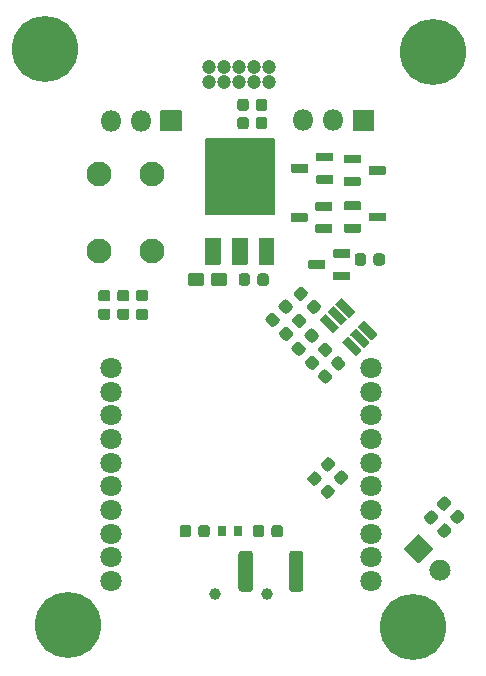
<source format=gbs>
%TF.GenerationSoftware,KiCad,Pcbnew,5.1.7*%
%TF.CreationDate,2020-10-06T16:47:45-05:00*%
%TF.ProjectId,ARC-Boat0,4152432d-426f-4617-9430-2e6b69636164,rev?*%
%TF.SameCoordinates,Original*%
%TF.FileFunction,Soldermask,Bot*%
%TF.FilePolarity,Negative*%
%FSLAX46Y46*%
G04 Gerber Fmt 4.6, Leading zero omitted, Abs format (unit mm)*
G04 Created by KiCad (PCBNEW 5.1.7) date 2020-10-06 16:47:45*
%MOMM*%
%LPD*%
G01*
G04 APERTURE LIST*
%ADD10C,1.200000*%
%ADD11C,1.800000*%
%ADD12C,5.600000*%
%ADD13C,2.100000*%
%ADD14O,1.800000X1.800000*%
%ADD15C,1.000000*%
G04 APERTURE END LIST*
D10*
%TO.C,J1*%
X124880000Y-40530000D03*
X124880000Y-41800000D03*
X123610000Y-40530000D03*
X123610000Y-41800000D03*
X122340000Y-40530000D03*
X122340000Y-41800000D03*
X121070000Y-40530000D03*
X121070000Y-41800000D03*
X119800000Y-40530000D03*
X119800000Y-41800000D03*
%TD*%
%TO.C,C13*%
G36*
G01*
X119412500Y-58198808D02*
X119412500Y-58801192D01*
G75*
G02*
X119138692Y-59075000I-273808J0D01*
G01*
X118286308Y-59075000D01*
G75*
G02*
X118012500Y-58801192I0J273808D01*
G01*
X118012500Y-58198808D01*
G75*
G02*
X118286308Y-57925000I273808J0D01*
G01*
X119138692Y-57925000D01*
G75*
G02*
X119412500Y-58198808I0J-273808D01*
G01*
G37*
G36*
G01*
X121362500Y-58198808D02*
X121362500Y-58801192D01*
G75*
G02*
X121088692Y-59075000I-273808J0D01*
G01*
X120236308Y-59075000D01*
G75*
G02*
X119962500Y-58801192I0J273808D01*
G01*
X119962500Y-58198808D01*
G75*
G02*
X120236308Y-57925000I273808J0D01*
G01*
X121088692Y-57925000D01*
G75*
G02*
X121362500Y-58198808I0J-273808D01*
G01*
G37*
%TD*%
%TO.C,FB3*%
G36*
G01*
X123537500Y-81722218D02*
X123537500Y-84677782D01*
G75*
G02*
X123265282Y-84950000I-272218J0D01*
G01*
X122584718Y-84950000D01*
G75*
G02*
X122312500Y-84677782I0J272218D01*
G01*
X122312500Y-81722218D01*
G75*
G02*
X122584718Y-81450000I272218J0D01*
G01*
X123265282Y-81450000D01*
G75*
G02*
X123537500Y-81722218I0J-272218D01*
G01*
G37*
G36*
G01*
X127812500Y-81722218D02*
X127812500Y-84677782D01*
G75*
G02*
X127540282Y-84950000I-272218J0D01*
G01*
X126859718Y-84950000D01*
G75*
G02*
X126587500Y-84677782I0J272218D01*
G01*
X126587500Y-81722218D01*
G75*
G02*
X126859718Y-81450000I272218J0D01*
G01*
X127540282Y-81450000D01*
G75*
G02*
X127812500Y-81722218I0J-272218D01*
G01*
G37*
%TD*%
D11*
%TO.C,MOD1*%
X133550000Y-84000000D03*
X133550000Y-82000000D03*
X133550000Y-80000000D03*
X133550000Y-78000000D03*
X133550000Y-76000000D03*
X133550000Y-74000000D03*
X133550000Y-72000000D03*
X133550000Y-70000000D03*
X133550000Y-68000000D03*
X133550000Y-66000000D03*
X111550000Y-66000000D03*
X111550000Y-68000000D03*
X111550000Y-70000000D03*
X111550000Y-72000000D03*
X111550000Y-74000000D03*
X111550000Y-76000000D03*
X111550000Y-78000000D03*
X111550000Y-80000000D03*
X111550000Y-82000000D03*
X111550000Y-84000000D03*
%TD*%
D12*
%TO.C,REF\u002A\u002A*%
X105900000Y-39000000D03*
%TD*%
%TO.C,REF\u002A\u002A*%
X137100000Y-87900000D03*
%TD*%
%TO.C,REF\u002A\u002A*%
X107870000Y-87710000D03*
%TD*%
%TO.C,REF\u002A\u002A*%
X138800000Y-39200000D03*
%TD*%
D13*
%TO.C,SW1*%
X115000000Y-56100000D03*
X110500000Y-56100000D03*
X115000000Y-49600000D03*
X110500000Y-49600000D03*
%TD*%
D14*
%TO.C,J5*%
X111520000Y-45050000D03*
X114060000Y-45050000D03*
G36*
G01*
X117450000Y-45950000D02*
X115750000Y-45950000D01*
G75*
G02*
X115700000Y-45900000I0J50000D01*
G01*
X115700000Y-44200000D01*
G75*
G02*
X115750000Y-44150000I50000J0D01*
G01*
X117450000Y-44150000D01*
G75*
G02*
X117500000Y-44200000I0J-50000D01*
G01*
X117500000Y-45900000D01*
G75*
G02*
X117450000Y-45950000I-50000J0D01*
G01*
G37*
%TD*%
%TO.C,J4*%
X127795000Y-45025000D03*
X130335000Y-45025000D03*
G36*
G01*
X133725000Y-45925000D02*
X132025000Y-45925000D01*
G75*
G02*
X131975000Y-45875000I0J50000D01*
G01*
X131975000Y-44175000D01*
G75*
G02*
X132025000Y-44125000I50000J0D01*
G01*
X133725000Y-44125000D01*
G75*
G02*
X133775000Y-44175000I0J-50000D01*
G01*
X133775000Y-45875000D01*
G75*
G02*
X133725000Y-45925000I-50000J0D01*
G01*
G37*
%TD*%
%TO.C,U2*%
G36*
G01*
X131487114Y-61927495D02*
X131027495Y-62387114D01*
G75*
G02*
X130956785Y-62387114I-35355J35355D01*
G01*
X129853698Y-61284027D01*
G75*
G02*
X129853698Y-61213317I35355J35355D01*
G01*
X130313317Y-60753698D01*
G75*
G02*
X130384027Y-60753698I35355J-35355D01*
G01*
X131487114Y-61856785D01*
G75*
G02*
X131487114Y-61927495I-35355J-35355D01*
G01*
G37*
G36*
G01*
X132158865Y-61255743D02*
X131699246Y-61715362D01*
G75*
G02*
X131628536Y-61715362I-35355J35355D01*
G01*
X130525449Y-60612275D01*
G75*
G02*
X130525449Y-60541565I35355J35355D01*
G01*
X130985068Y-60081946D01*
G75*
G02*
X131055778Y-60081946I35355J-35355D01*
G01*
X132158865Y-61185033D01*
G75*
G02*
X132158865Y-61255743I-35355J-35355D01*
G01*
G37*
G36*
G01*
X130815362Y-62599246D02*
X130355743Y-63058865D01*
G75*
G02*
X130285033Y-63058865I-35355J35355D01*
G01*
X129181946Y-61955778D01*
G75*
G02*
X129181946Y-61885068I35355J35355D01*
G01*
X129641565Y-61425449D01*
G75*
G02*
X129712275Y-61425449I35355J-35355D01*
G01*
X130815362Y-62528536D01*
G75*
G02*
X130815362Y-62599246I-35355J-35355D01*
G01*
G37*
G36*
G01*
X132724551Y-64508435D02*
X132264932Y-64968054D01*
G75*
G02*
X132194222Y-64968054I-35355J35355D01*
G01*
X131091135Y-63864967D01*
G75*
G02*
X131091135Y-63794257I35355J35355D01*
G01*
X131550754Y-63334638D01*
G75*
G02*
X131621464Y-63334638I35355J-35355D01*
G01*
X132724551Y-64437725D01*
G75*
G02*
X132724551Y-64508435I-35355J-35355D01*
G01*
G37*
G36*
G01*
X133396302Y-63836683D02*
X132936683Y-64296302D01*
G75*
G02*
X132865973Y-64296302I-35355J35355D01*
G01*
X131762886Y-63193215D01*
G75*
G02*
X131762886Y-63122505I35355J35355D01*
G01*
X132222505Y-62662886D01*
G75*
G02*
X132293215Y-62662886I35355J-35355D01*
G01*
X133396302Y-63765973D01*
G75*
G02*
X133396302Y-63836683I-35355J-35355D01*
G01*
G37*
G36*
G01*
X134068054Y-63164932D02*
X133608435Y-63624551D01*
G75*
G02*
X133537725Y-63624551I-35355J35355D01*
G01*
X132434638Y-62521464D01*
G75*
G02*
X132434638Y-62450754I35355J35355D01*
G01*
X132894257Y-61991135D01*
G75*
G02*
X132964967Y-61991135I35355J-35355D01*
G01*
X134068054Y-63094222D01*
G75*
G02*
X134068054Y-63164932I-35355J-35355D01*
G01*
G37*
%TD*%
%TO.C,R12*%
G36*
G01*
X133725000Y-57081250D02*
X133725000Y-56518750D01*
G75*
G02*
X133968750Y-56275000I243750J0D01*
G01*
X134456250Y-56275000D01*
G75*
G02*
X134700000Y-56518750I0J-243750D01*
G01*
X134700000Y-57081250D01*
G75*
G02*
X134456250Y-57325000I-243750J0D01*
G01*
X133968750Y-57325000D01*
G75*
G02*
X133725000Y-57081250I0J243750D01*
G01*
G37*
G36*
G01*
X132150000Y-57081250D02*
X132150000Y-56518750D01*
G75*
G02*
X132393750Y-56275000I243750J0D01*
G01*
X132881250Y-56275000D01*
G75*
G02*
X133125000Y-56518750I0J-243750D01*
G01*
X133125000Y-57081250D01*
G75*
G02*
X132881250Y-57325000I-243750J0D01*
G01*
X132393750Y-57325000D01*
G75*
G02*
X132150000Y-57081250I0J243750D01*
G01*
G37*
%TD*%
%TO.C,R11*%
G36*
G01*
X123175000Y-43418750D02*
X123175000Y-43981250D01*
G75*
G02*
X122931250Y-44225000I-243750J0D01*
G01*
X122443750Y-44225000D01*
G75*
G02*
X122200000Y-43981250I0J243750D01*
G01*
X122200000Y-43418750D01*
G75*
G02*
X122443750Y-43175000I243750J0D01*
G01*
X122931250Y-43175000D01*
G75*
G02*
X123175000Y-43418750I0J-243750D01*
G01*
G37*
G36*
G01*
X124750000Y-43418750D02*
X124750000Y-43981250D01*
G75*
G02*
X124506250Y-44225000I-243750J0D01*
G01*
X124018750Y-44225000D01*
G75*
G02*
X123775000Y-43981250I0J243750D01*
G01*
X123775000Y-43418750D01*
G75*
G02*
X124018750Y-43175000I243750J0D01*
G01*
X124506250Y-43175000D01*
G75*
G02*
X124750000Y-43418750I0J-243750D01*
G01*
G37*
%TD*%
%TO.C,R10*%
G36*
G01*
X129511007Y-64986741D02*
X129113259Y-64588993D01*
G75*
G02*
X129113259Y-64244279I172357J172357D01*
G01*
X129457973Y-63899565D01*
G75*
G02*
X129802687Y-63899565I172357J-172357D01*
G01*
X130200435Y-64297313D01*
G75*
G02*
X130200435Y-64642027I-172357J-172357D01*
G01*
X129855721Y-64986741D01*
G75*
G02*
X129511007Y-64986741I-172357J172357D01*
G01*
G37*
G36*
G01*
X128397313Y-66100435D02*
X127999565Y-65702687D01*
G75*
G02*
X127999565Y-65357973I172357J172357D01*
G01*
X128344279Y-65013259D01*
G75*
G02*
X128688993Y-65013259I172357J-172357D01*
G01*
X129086741Y-65411007D01*
G75*
G02*
X129086741Y-65755721I-172357J-172357D01*
G01*
X128742027Y-66100435D01*
G75*
G02*
X128397313Y-66100435I-172357J172357D01*
G01*
G37*
%TD*%
%TO.C,R9*%
G36*
G01*
X123175000Y-44968750D02*
X123175000Y-45531250D01*
G75*
G02*
X122931250Y-45775000I-243750J0D01*
G01*
X122443750Y-45775000D01*
G75*
G02*
X122200000Y-45531250I0J243750D01*
G01*
X122200000Y-44968750D01*
G75*
G02*
X122443750Y-44725000I243750J0D01*
G01*
X122931250Y-44725000D01*
G75*
G02*
X123175000Y-44968750I0J-243750D01*
G01*
G37*
G36*
G01*
X124750000Y-44968750D02*
X124750000Y-45531250D01*
G75*
G02*
X124506250Y-45775000I-243750J0D01*
G01*
X124018750Y-45775000D01*
G75*
G02*
X123775000Y-45531250I0J243750D01*
G01*
X123775000Y-44968750D01*
G75*
G02*
X124018750Y-44725000I243750J0D01*
G01*
X124506250Y-44725000D01*
G75*
G02*
X124750000Y-44968750I0J-243750D01*
G01*
G37*
%TD*%
%TO.C,R8*%
G36*
G01*
X112268750Y-60950000D02*
X112831250Y-60950000D01*
G75*
G02*
X113075000Y-61193750I0J-243750D01*
G01*
X113075000Y-61681250D01*
G75*
G02*
X112831250Y-61925000I-243750J0D01*
G01*
X112268750Y-61925000D01*
G75*
G02*
X112025000Y-61681250I0J243750D01*
G01*
X112025000Y-61193750D01*
G75*
G02*
X112268750Y-60950000I243750J0D01*
G01*
G37*
G36*
G01*
X112268750Y-59375000D02*
X112831250Y-59375000D01*
G75*
G02*
X113075000Y-59618750I0J-243750D01*
G01*
X113075000Y-60106250D01*
G75*
G02*
X112831250Y-60350000I-243750J0D01*
G01*
X112268750Y-60350000D01*
G75*
G02*
X112025000Y-60106250I0J243750D01*
G01*
X112025000Y-59618750D01*
G75*
G02*
X112268750Y-59375000I243750J0D01*
G01*
G37*
%TD*%
%TO.C,R7*%
G36*
G01*
X110668750Y-60950000D02*
X111231250Y-60950000D01*
G75*
G02*
X111475000Y-61193750I0J-243750D01*
G01*
X111475000Y-61681250D01*
G75*
G02*
X111231250Y-61925000I-243750J0D01*
G01*
X110668750Y-61925000D01*
G75*
G02*
X110425000Y-61681250I0J243750D01*
G01*
X110425000Y-61193750D01*
G75*
G02*
X110668750Y-60950000I243750J0D01*
G01*
G37*
G36*
G01*
X110668750Y-59375000D02*
X111231250Y-59375000D01*
G75*
G02*
X111475000Y-59618750I0J-243750D01*
G01*
X111475000Y-60106250D01*
G75*
G02*
X111231250Y-60350000I-243750J0D01*
G01*
X110668750Y-60350000D01*
G75*
G02*
X110425000Y-60106250I0J243750D01*
G01*
X110425000Y-59618750D01*
G75*
G02*
X110668750Y-59375000I243750J0D01*
G01*
G37*
%TD*%
%TO.C,R6*%
G36*
G01*
X114431250Y-60350000D02*
X113868750Y-60350000D01*
G75*
G02*
X113625000Y-60106250I0J243750D01*
G01*
X113625000Y-59618750D01*
G75*
G02*
X113868750Y-59375000I243750J0D01*
G01*
X114431250Y-59375000D01*
G75*
G02*
X114675000Y-59618750I0J-243750D01*
G01*
X114675000Y-60106250D01*
G75*
G02*
X114431250Y-60350000I-243750J0D01*
G01*
G37*
G36*
G01*
X114431250Y-61925000D02*
X113868750Y-61925000D01*
G75*
G02*
X113625000Y-61681250I0J243750D01*
G01*
X113625000Y-61193750D01*
G75*
G02*
X113868750Y-60950000I243750J0D01*
G01*
X114431250Y-60950000D01*
G75*
G02*
X114675000Y-61193750I0J-243750D01*
G01*
X114675000Y-61681250D01*
G75*
G02*
X114431250Y-61925000I-243750J0D01*
G01*
G37*
%TD*%
%TO.C,R5*%
G36*
G01*
X126488993Y-62563259D02*
X126886741Y-62961007D01*
G75*
G02*
X126886741Y-63305721I-172357J-172357D01*
G01*
X126542027Y-63650435D01*
G75*
G02*
X126197313Y-63650435I-172357J172357D01*
G01*
X125799565Y-63252687D01*
G75*
G02*
X125799565Y-62907973I172357J172357D01*
G01*
X126144279Y-62563259D01*
G75*
G02*
X126488993Y-62563259I172357J-172357D01*
G01*
G37*
G36*
G01*
X127602687Y-61449565D02*
X128000435Y-61847313D01*
G75*
G02*
X128000435Y-62192027I-172357J-172357D01*
G01*
X127655721Y-62536741D01*
G75*
G02*
X127311007Y-62536741I-172357J172357D01*
G01*
X126913259Y-62138993D01*
G75*
G02*
X126913259Y-61794279I172357J172357D01*
G01*
X127257973Y-61449565D01*
G75*
G02*
X127602687Y-61449565I172357J-172357D01*
G01*
G37*
%TD*%
%TO.C,R4*%
G36*
G01*
X130611007Y-66136741D02*
X130213259Y-65738993D01*
G75*
G02*
X130213259Y-65394279I172357J172357D01*
G01*
X130557973Y-65049565D01*
G75*
G02*
X130902687Y-65049565I172357J-172357D01*
G01*
X131300435Y-65447313D01*
G75*
G02*
X131300435Y-65792027I-172357J-172357D01*
G01*
X130955721Y-66136741D01*
G75*
G02*
X130611007Y-66136741I-172357J172357D01*
G01*
G37*
G36*
G01*
X129497313Y-67250435D02*
X129099565Y-66852687D01*
G75*
G02*
X129099565Y-66507973I172357J172357D01*
G01*
X129444279Y-66163259D01*
G75*
G02*
X129788993Y-66163259I172357J-172357D01*
G01*
X130186741Y-66561007D01*
G75*
G02*
X130186741Y-66905721I-172357J-172357D01*
G01*
X129842027Y-67250435D01*
G75*
G02*
X129497313Y-67250435I-172357J172357D01*
G01*
G37*
%TD*%
%TO.C,R3*%
G36*
G01*
X128361007Y-63786741D02*
X127963259Y-63388993D01*
G75*
G02*
X127963259Y-63044279I172357J172357D01*
G01*
X128307973Y-62699565D01*
G75*
G02*
X128652687Y-62699565I172357J-172357D01*
G01*
X129050435Y-63097313D01*
G75*
G02*
X129050435Y-63442027I-172357J-172357D01*
G01*
X128705721Y-63786741D01*
G75*
G02*
X128361007Y-63786741I-172357J172357D01*
G01*
G37*
G36*
G01*
X127247313Y-64900435D02*
X126849565Y-64502687D01*
G75*
G02*
X126849565Y-64157973I172357J172357D01*
G01*
X127194279Y-63813259D01*
G75*
G02*
X127538993Y-63813259I172357J-172357D01*
G01*
X127936741Y-64211007D01*
G75*
G02*
X127936741Y-64555721I-172357J-172357D01*
G01*
X127592027Y-64900435D01*
G75*
G02*
X127247313Y-64900435I-172357J172357D01*
G01*
G37*
%TD*%
%TO.C,J2*%
G36*
G01*
X138734655Y-83732447D02*
X138734655Y-83732447D01*
G75*
G02*
X138734655Y-82459655I636396J636396D01*
G01*
X138734655Y-82459655D01*
G75*
G02*
X140007447Y-82459655I636396J-636396D01*
G01*
X140007447Y-82459655D01*
G75*
G02*
X140007447Y-83732447I-636396J-636396D01*
G01*
X140007447Y-83732447D01*
G75*
G02*
X138734655Y-83732447I-636396J636396D01*
G01*
G37*
G36*
G01*
X137539645Y-82537437D02*
X136337563Y-81335355D01*
G75*
G02*
X136337563Y-81264645I35355J35355D01*
G01*
X137539645Y-80062563D01*
G75*
G02*
X137610355Y-80062563I35355J-35355D01*
G01*
X138812437Y-81264645D01*
G75*
G02*
X138812437Y-81335355I-35355J-35355D01*
G01*
X137610355Y-82537437D01*
G75*
G02*
X137539645Y-82537437I-35355J35355D01*
G01*
G37*
%TD*%
%TO.C,C16*%
G36*
G01*
X123900000Y-58781250D02*
X123900000Y-58218750D01*
G75*
G02*
X124143750Y-57975000I243750J0D01*
G01*
X124631250Y-57975000D01*
G75*
G02*
X124875000Y-58218750I0J-243750D01*
G01*
X124875000Y-58781250D01*
G75*
G02*
X124631250Y-59025000I-243750J0D01*
G01*
X124143750Y-59025000D01*
G75*
G02*
X123900000Y-58781250I0J243750D01*
G01*
G37*
G36*
G01*
X122325000Y-58781250D02*
X122325000Y-58218750D01*
G75*
G02*
X122568750Y-57975000I243750J0D01*
G01*
X123056250Y-57975000D01*
G75*
G02*
X123300000Y-58218750I0J-243750D01*
G01*
X123300000Y-58781250D01*
G75*
G02*
X123056250Y-59025000I-243750J0D01*
G01*
X122568750Y-59025000D01*
G75*
G02*
X122325000Y-58781250I0J243750D01*
G01*
G37*
%TD*%
%TO.C,C12*%
G36*
G01*
X128118588Y-59845840D02*
X127720840Y-60243588D01*
G75*
G02*
X127376126Y-60243588I-172357J172357D01*
G01*
X127031412Y-59898874D01*
G75*
G02*
X127031412Y-59554160I172357J172357D01*
G01*
X127429160Y-59156412D01*
G75*
G02*
X127773874Y-59156412I172357J-172357D01*
G01*
X128118588Y-59501126D01*
G75*
G02*
X128118588Y-59845840I-172357J-172357D01*
G01*
G37*
G36*
G01*
X129232282Y-60959534D02*
X128834534Y-61357282D01*
G75*
G02*
X128489820Y-61357282I-172357J172357D01*
G01*
X128145106Y-61012568D01*
G75*
G02*
X128145106Y-60667854I172357J172357D01*
G01*
X128542854Y-60270106D01*
G75*
G02*
X128887568Y-60270106I172357J-172357D01*
G01*
X129232282Y-60614820D01*
G75*
G02*
X129232282Y-60959534I-172357J-172357D01*
G01*
G37*
%TD*%
%TO.C,C11*%
G36*
G01*
X125100000Y-80081250D02*
X125100000Y-79518750D01*
G75*
G02*
X125343750Y-79275000I243750J0D01*
G01*
X125831250Y-79275000D01*
G75*
G02*
X126075000Y-79518750I0J-243750D01*
G01*
X126075000Y-80081250D01*
G75*
G02*
X125831250Y-80325000I-243750J0D01*
G01*
X125343750Y-80325000D01*
G75*
G02*
X125100000Y-80081250I0J243750D01*
G01*
G37*
G36*
G01*
X123525000Y-80081250D02*
X123525000Y-79518750D01*
G75*
G02*
X123768750Y-79275000I243750J0D01*
G01*
X124256250Y-79275000D01*
G75*
G02*
X124500000Y-79518750I0J-243750D01*
G01*
X124500000Y-80081250D01*
G75*
G02*
X124256250Y-80325000I-243750J0D01*
G01*
X123768750Y-80325000D01*
G75*
G02*
X123525000Y-80081250I0J243750D01*
G01*
G37*
%TD*%
%TO.C,C10*%
G36*
G01*
X118300000Y-79518750D02*
X118300000Y-80081250D01*
G75*
G02*
X118056250Y-80325000I-243750J0D01*
G01*
X117568750Y-80325000D01*
G75*
G02*
X117325000Y-80081250I0J243750D01*
G01*
X117325000Y-79518750D01*
G75*
G02*
X117568750Y-79275000I243750J0D01*
G01*
X118056250Y-79275000D01*
G75*
G02*
X118300000Y-79518750I0J-243750D01*
G01*
G37*
G36*
G01*
X119875000Y-79518750D02*
X119875000Y-80081250D01*
G75*
G02*
X119631250Y-80325000I-243750J0D01*
G01*
X119143750Y-80325000D01*
G75*
G02*
X118900000Y-80081250I0J243750D01*
G01*
X118900000Y-79518750D01*
G75*
G02*
X119143750Y-79275000I243750J0D01*
G01*
X119631250Y-79275000D01*
G75*
G02*
X119875000Y-79518750I0J-243750D01*
G01*
G37*
%TD*%
%TO.C,C5*%
G36*
G01*
X129313259Y-76311007D02*
X129711007Y-75913259D01*
G75*
G02*
X130055721Y-75913259I172357J-172357D01*
G01*
X130400435Y-76257973D01*
G75*
G02*
X130400435Y-76602687I-172357J-172357D01*
G01*
X130002687Y-77000435D01*
G75*
G02*
X129657973Y-77000435I-172357J172357D01*
G01*
X129313259Y-76655721D01*
G75*
G02*
X129313259Y-76311007I172357J172357D01*
G01*
G37*
G36*
G01*
X128199565Y-75197313D02*
X128597313Y-74799565D01*
G75*
G02*
X128942027Y-74799565I172357J-172357D01*
G01*
X129286741Y-75144279D01*
G75*
G02*
X129286741Y-75488993I-172357J-172357D01*
G01*
X128888993Y-75886741D01*
G75*
G02*
X128544279Y-75886741I-172357J172357D01*
G01*
X128199565Y-75542027D01*
G75*
G02*
X128199565Y-75197313I172357J172357D01*
G01*
G37*
%TD*%
%TO.C,C4*%
G36*
G01*
X130463259Y-75111007D02*
X130861007Y-74713259D01*
G75*
G02*
X131205721Y-74713259I172357J-172357D01*
G01*
X131550435Y-75057973D01*
G75*
G02*
X131550435Y-75402687I-172357J-172357D01*
G01*
X131152687Y-75800435D01*
G75*
G02*
X130807973Y-75800435I-172357J172357D01*
G01*
X130463259Y-75455721D01*
G75*
G02*
X130463259Y-75111007I172357J172357D01*
G01*
G37*
G36*
G01*
X129349565Y-73997313D02*
X129747313Y-73599565D01*
G75*
G02*
X130092027Y-73599565I172357J-172357D01*
G01*
X130436741Y-73944279D01*
G75*
G02*
X130436741Y-74288993I-172357J-172357D01*
G01*
X130038993Y-74686741D01*
G75*
G02*
X129694279Y-74686741I-172357J172357D01*
G01*
X129349565Y-74342027D01*
G75*
G02*
X129349565Y-73997313I172357J172357D01*
G01*
G37*
%TD*%
%TO.C,C3*%
G36*
G01*
X126161007Y-61336741D02*
X125763259Y-60938993D01*
G75*
G02*
X125763259Y-60594279I172357J172357D01*
G01*
X126107973Y-60249565D01*
G75*
G02*
X126452687Y-60249565I172357J-172357D01*
G01*
X126850435Y-60647313D01*
G75*
G02*
X126850435Y-60992027I-172357J-172357D01*
G01*
X126505721Y-61336741D01*
G75*
G02*
X126161007Y-61336741I-172357J172357D01*
G01*
G37*
G36*
G01*
X125047313Y-62450435D02*
X124649565Y-62052687D01*
G75*
G02*
X124649565Y-61707973I172357J172357D01*
G01*
X124994279Y-61363259D01*
G75*
G02*
X125338993Y-61363259I172357J-172357D01*
G01*
X125736741Y-61761007D01*
G75*
G02*
X125736741Y-62105721I-172357J-172357D01*
G01*
X125392027Y-62450435D01*
G75*
G02*
X125047313Y-62450435I-172357J172357D01*
G01*
G37*
%TD*%
%TO.C,C2*%
G36*
G01*
X140288259Y-78436007D02*
X140686007Y-78038259D01*
G75*
G02*
X141030721Y-78038259I172357J-172357D01*
G01*
X141375435Y-78382973D01*
G75*
G02*
X141375435Y-78727687I-172357J-172357D01*
G01*
X140977687Y-79125435D01*
G75*
G02*
X140632973Y-79125435I-172357J172357D01*
G01*
X140288259Y-78780721D01*
G75*
G02*
X140288259Y-78436007I172357J172357D01*
G01*
G37*
G36*
G01*
X139174565Y-77322313D02*
X139572313Y-76924565D01*
G75*
G02*
X139917027Y-76924565I172357J-172357D01*
G01*
X140261741Y-77269279D01*
G75*
G02*
X140261741Y-77613993I-172357J-172357D01*
G01*
X139863993Y-78011741D01*
G75*
G02*
X139519279Y-78011741I-172357J172357D01*
G01*
X139174565Y-77667027D01*
G75*
G02*
X139174565Y-77322313I172357J172357D01*
G01*
G37*
%TD*%
%TO.C,C1*%
G36*
G01*
X139188259Y-79611007D02*
X139586007Y-79213259D01*
G75*
G02*
X139930721Y-79213259I172357J-172357D01*
G01*
X140275435Y-79557973D01*
G75*
G02*
X140275435Y-79902687I-172357J-172357D01*
G01*
X139877687Y-80300435D01*
G75*
G02*
X139532973Y-80300435I-172357J172357D01*
G01*
X139188259Y-79955721D01*
G75*
G02*
X139188259Y-79611007I172357J172357D01*
G01*
G37*
G36*
G01*
X138074565Y-78497313D02*
X138472313Y-78099565D01*
G75*
G02*
X138817027Y-78099565I172357J-172357D01*
G01*
X139161741Y-78444279D01*
G75*
G02*
X139161741Y-78788993I-172357J-172357D01*
G01*
X138763993Y-79186741D01*
G75*
G02*
X138419279Y-79186741I-172357J172357D01*
G01*
X138074565Y-78842027D01*
G75*
G02*
X138074565Y-78497313I172357J172357D01*
G01*
G37*
%TD*%
%TO.C,U3*%
G36*
G01*
X125325000Y-53050000D02*
X119525000Y-53050000D01*
G75*
G02*
X119475000Y-53000000I0J50000D01*
G01*
X119475000Y-46600000D01*
G75*
G02*
X119525000Y-46550000I50000J0D01*
G01*
X125325000Y-46550000D01*
G75*
G02*
X125375000Y-46600000I0J-50000D01*
G01*
X125375000Y-53000000D01*
G75*
G02*
X125325000Y-53050000I-50000J0D01*
G01*
G37*
G36*
G01*
X120745000Y-57250000D02*
X119545000Y-57250000D01*
G75*
G02*
X119495000Y-57200000I0J50000D01*
G01*
X119495000Y-55000000D01*
G75*
G02*
X119545000Y-54950000I50000J0D01*
G01*
X120745000Y-54950000D01*
G75*
G02*
X120795000Y-55000000I0J-50000D01*
G01*
X120795000Y-57200000D01*
G75*
G02*
X120745000Y-57250000I-50000J0D01*
G01*
G37*
G36*
G01*
X123025000Y-57250000D02*
X121825000Y-57250000D01*
G75*
G02*
X121775000Y-57200000I0J50000D01*
G01*
X121775000Y-55000000D01*
G75*
G02*
X121825000Y-54950000I50000J0D01*
G01*
X123025000Y-54950000D01*
G75*
G02*
X123075000Y-55000000I0J-50000D01*
G01*
X123075000Y-57200000D01*
G75*
G02*
X123025000Y-57250000I-50000J0D01*
G01*
G37*
G36*
G01*
X125305000Y-57250000D02*
X124105000Y-57250000D01*
G75*
G02*
X124055000Y-57200000I0J50000D01*
G01*
X124055000Y-55000000D01*
G75*
G02*
X124105000Y-54950000I50000J0D01*
G01*
X125305000Y-54950000D01*
G75*
G02*
X125355000Y-55000000I0J-50000D01*
G01*
X125355000Y-57200000D01*
G75*
G02*
X125305000Y-57250000I-50000J0D01*
G01*
G37*
%TD*%
%TO.C,Q5*%
G36*
G01*
X130320000Y-47825000D02*
X130320000Y-48425000D01*
G75*
G02*
X130250000Y-48495000I-70000J0D01*
G01*
X128950000Y-48495000D01*
G75*
G02*
X128880000Y-48425000I0J70000D01*
G01*
X128880000Y-47825000D01*
G75*
G02*
X128950000Y-47755000I70000J0D01*
G01*
X130250000Y-47755000D01*
G75*
G02*
X130320000Y-47825000I0J-70000D01*
G01*
G37*
G36*
G01*
X130320000Y-49725000D02*
X130320000Y-50325000D01*
G75*
G02*
X130250000Y-50395000I-70000J0D01*
G01*
X128950000Y-50395000D01*
G75*
G02*
X128880000Y-50325000I0J70000D01*
G01*
X128880000Y-49725000D01*
G75*
G02*
X128950000Y-49655000I70000J0D01*
G01*
X130250000Y-49655000D01*
G75*
G02*
X130320000Y-49725000I0J-70000D01*
G01*
G37*
G36*
G01*
X128220000Y-48775000D02*
X128220000Y-49375000D01*
G75*
G02*
X128150000Y-49445000I-70000J0D01*
G01*
X126850000Y-49445000D01*
G75*
G02*
X126780000Y-49375000I0J70000D01*
G01*
X126780000Y-48775000D01*
G75*
G02*
X126850000Y-48705000I70000J0D01*
G01*
X128150000Y-48705000D01*
G75*
G02*
X128220000Y-48775000I0J-70000D01*
G01*
G37*
%TD*%
%TO.C,Q4*%
G36*
G01*
X131230000Y-50500000D02*
X131230000Y-49900000D01*
G75*
G02*
X131300000Y-49830000I70000J0D01*
G01*
X132600000Y-49830000D01*
G75*
G02*
X132670000Y-49900000I0J-70000D01*
G01*
X132670000Y-50500000D01*
G75*
G02*
X132600000Y-50570000I-70000J0D01*
G01*
X131300000Y-50570000D01*
G75*
G02*
X131230000Y-50500000I0J70000D01*
G01*
G37*
G36*
G01*
X131230000Y-48600000D02*
X131230000Y-48000000D01*
G75*
G02*
X131300000Y-47930000I70000J0D01*
G01*
X132600000Y-47930000D01*
G75*
G02*
X132670000Y-48000000I0J-70000D01*
G01*
X132670000Y-48600000D01*
G75*
G02*
X132600000Y-48670000I-70000J0D01*
G01*
X131300000Y-48670000D01*
G75*
G02*
X131230000Y-48600000I0J70000D01*
G01*
G37*
G36*
G01*
X133330000Y-49550000D02*
X133330000Y-48950000D01*
G75*
G02*
X133400000Y-48880000I70000J0D01*
G01*
X134700000Y-48880000D01*
G75*
G02*
X134770000Y-48950000I0J-70000D01*
G01*
X134770000Y-49550000D01*
G75*
G02*
X134700000Y-49620000I-70000J0D01*
G01*
X133400000Y-49620000D01*
G75*
G02*
X133330000Y-49550000I0J70000D01*
G01*
G37*
%TD*%
%TO.C,Q3*%
G36*
G01*
X130270000Y-52000000D02*
X130270000Y-52600000D01*
G75*
G02*
X130200000Y-52670000I-70000J0D01*
G01*
X128900000Y-52670000D01*
G75*
G02*
X128830000Y-52600000I0J70000D01*
G01*
X128830000Y-52000000D01*
G75*
G02*
X128900000Y-51930000I70000J0D01*
G01*
X130200000Y-51930000D01*
G75*
G02*
X130270000Y-52000000I0J-70000D01*
G01*
G37*
G36*
G01*
X130270000Y-53900000D02*
X130270000Y-54500000D01*
G75*
G02*
X130200000Y-54570000I-70000J0D01*
G01*
X128900000Y-54570000D01*
G75*
G02*
X128830000Y-54500000I0J70000D01*
G01*
X128830000Y-53900000D01*
G75*
G02*
X128900000Y-53830000I70000J0D01*
G01*
X130200000Y-53830000D01*
G75*
G02*
X130270000Y-53900000I0J-70000D01*
G01*
G37*
G36*
G01*
X128170000Y-52950000D02*
X128170000Y-53550000D01*
G75*
G02*
X128100000Y-53620000I-70000J0D01*
G01*
X126800000Y-53620000D01*
G75*
G02*
X126730000Y-53550000I0J70000D01*
G01*
X126730000Y-52950000D01*
G75*
G02*
X126800000Y-52880000I70000J0D01*
G01*
X128100000Y-52880000D01*
G75*
G02*
X128170000Y-52950000I0J-70000D01*
G01*
G37*
%TD*%
%TO.C,Q2*%
G36*
G01*
X131230000Y-54450000D02*
X131230000Y-53850000D01*
G75*
G02*
X131300000Y-53780000I70000J0D01*
G01*
X132600000Y-53780000D01*
G75*
G02*
X132670000Y-53850000I0J-70000D01*
G01*
X132670000Y-54450000D01*
G75*
G02*
X132600000Y-54520000I-70000J0D01*
G01*
X131300000Y-54520000D01*
G75*
G02*
X131230000Y-54450000I0J70000D01*
G01*
G37*
G36*
G01*
X131230000Y-52550000D02*
X131230000Y-51950000D01*
G75*
G02*
X131300000Y-51880000I70000J0D01*
G01*
X132600000Y-51880000D01*
G75*
G02*
X132670000Y-51950000I0J-70000D01*
G01*
X132670000Y-52550000D01*
G75*
G02*
X132600000Y-52620000I-70000J0D01*
G01*
X131300000Y-52620000D01*
G75*
G02*
X131230000Y-52550000I0J70000D01*
G01*
G37*
G36*
G01*
X133330000Y-53500000D02*
X133330000Y-52900000D01*
G75*
G02*
X133400000Y-52830000I70000J0D01*
G01*
X134700000Y-52830000D01*
G75*
G02*
X134770000Y-52900000I0J-70000D01*
G01*
X134770000Y-53500000D01*
G75*
G02*
X134700000Y-53570000I-70000J0D01*
G01*
X133400000Y-53570000D01*
G75*
G02*
X133330000Y-53500000I0J70000D01*
G01*
G37*
%TD*%
%TO.C,Q1*%
G36*
G01*
X131770000Y-56000000D02*
X131770000Y-56600000D01*
G75*
G02*
X131700000Y-56670000I-70000J0D01*
G01*
X130400000Y-56670000D01*
G75*
G02*
X130330000Y-56600000I0J70000D01*
G01*
X130330000Y-56000000D01*
G75*
G02*
X130400000Y-55930000I70000J0D01*
G01*
X131700000Y-55930000D01*
G75*
G02*
X131770000Y-56000000I0J-70000D01*
G01*
G37*
G36*
G01*
X131770000Y-57900000D02*
X131770000Y-58500000D01*
G75*
G02*
X131700000Y-58570000I-70000J0D01*
G01*
X130400000Y-58570000D01*
G75*
G02*
X130330000Y-58500000I0J70000D01*
G01*
X130330000Y-57900000D01*
G75*
G02*
X130400000Y-57830000I70000J0D01*
G01*
X131700000Y-57830000D01*
G75*
G02*
X131770000Y-57900000I0J-70000D01*
G01*
G37*
G36*
G01*
X129670000Y-56950000D02*
X129670000Y-57550000D01*
G75*
G02*
X129600000Y-57620000I-70000J0D01*
G01*
X128300000Y-57620000D01*
G75*
G02*
X128230000Y-57550000I0J70000D01*
G01*
X128230000Y-56950000D01*
G75*
G02*
X128300000Y-56880000I70000J0D01*
G01*
X129600000Y-56880000D01*
G75*
G02*
X129670000Y-56950000I0J-70000D01*
G01*
G37*
%TD*%
D15*
%TO.C,J3*%
X124700000Y-85090000D03*
X120300000Y-85090000D03*
%TD*%
%TO.C,FB2*%
G36*
G01*
X120550000Y-80200000D02*
X120550000Y-79400000D01*
G75*
G02*
X120600000Y-79350000I50000J0D01*
G01*
X121200000Y-79350000D01*
G75*
G02*
X121250000Y-79400000I0J-50000D01*
G01*
X121250000Y-80200000D01*
G75*
G02*
X121200000Y-80250000I-50000J0D01*
G01*
X120600000Y-80250000D01*
G75*
G02*
X120550000Y-80200000I0J50000D01*
G01*
G37*
G36*
G01*
X121950000Y-80200000D02*
X121950000Y-79400000D01*
G75*
G02*
X122000000Y-79350000I50000J0D01*
G01*
X122600000Y-79350000D01*
G75*
G02*
X122650000Y-79400000I0J-50000D01*
G01*
X122650000Y-80200000D01*
G75*
G02*
X122600000Y-80250000I-50000J0D01*
G01*
X122000000Y-80250000D01*
G75*
G02*
X121950000Y-80200000I0J50000D01*
G01*
G37*
%TD*%
M02*

</source>
